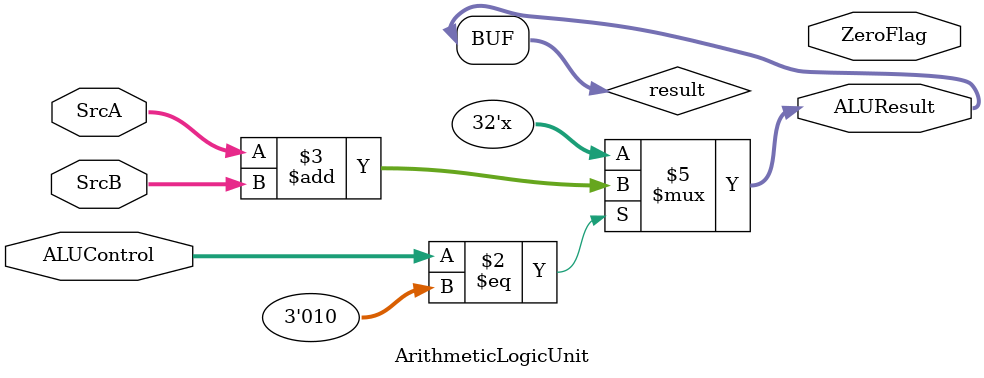
<source format=v>
`timescale 1ns / 1ps
module ArithmeticLogicUnit( input [31:0] SrcA,
									 input [31:0] SrcB,
									 input [2:0] ALUControl,
									 output ZeroFlag,
									 output [31:0] ALUResult );
	reg [31:0] result;
	always @(*) begin
		if (ALUControl == 2) // ALUControl = 010
			result = SrcA + SrcB; 
	end
	
	assign ALUResult = result;

endmodule

</source>
